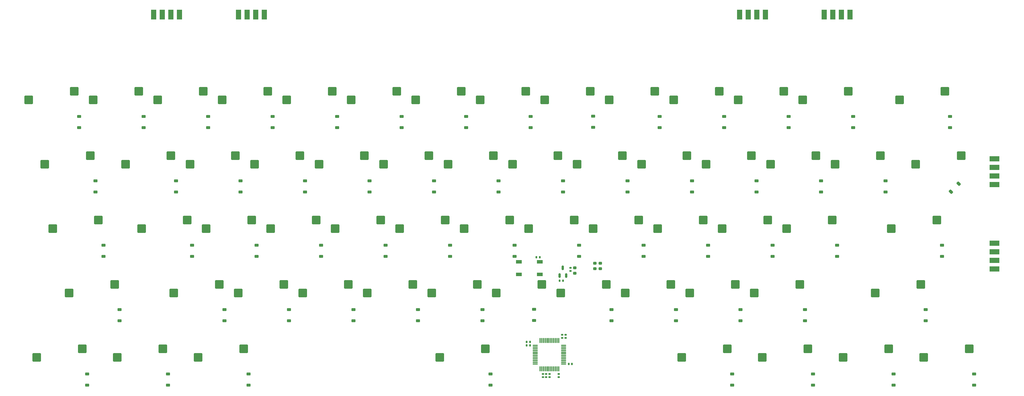
<source format=gbp>
G04 #@! TF.GenerationSoftware,KiCad,Pcbnew,8.0.4*
G04 #@! TF.CreationDate,2025-02-27T13:51:43-05:00*
G04 #@! TF.ProjectId,CustomKeyboard,43757374-6f6d-44b6-9579-626f6172642e,rev?*
G04 #@! TF.SameCoordinates,Original*
G04 #@! TF.FileFunction,Paste,Bot*
G04 #@! TF.FilePolarity,Positive*
%FSLAX46Y46*%
G04 Gerber Fmt 4.6, Leading zero omitted, Abs format (unit mm)*
G04 Created by KiCad (PCBNEW 8.0.4) date 2025-02-27 13:51:43*
%MOMM*%
%LPD*%
G01*
G04 APERTURE LIST*
G04 Aperture macros list*
%AMRoundRect*
0 Rectangle with rounded corners*
0 $1 Rounding radius*
0 $2 $3 $4 $5 $6 $7 $8 $9 X,Y pos of 4 corners*
0 Add a 4 corners polygon primitive as box body*
4,1,4,$2,$3,$4,$5,$6,$7,$8,$9,$2,$3,0*
0 Add four circle primitives for the rounded corners*
1,1,$1+$1,$2,$3*
1,1,$1+$1,$4,$5*
1,1,$1+$1,$6,$7*
1,1,$1+$1,$8,$9*
0 Add four rect primitives between the rounded corners*
20,1,$1+$1,$2,$3,$4,$5,0*
20,1,$1+$1,$4,$5,$6,$7,0*
20,1,$1+$1,$6,$7,$8,$9,0*
20,1,$1+$1,$8,$9,$2,$3,0*%
G04 Aperture macros list end*
%ADD10R,3.000000X1.500000*%
%ADD11R,1.500000X3.000000*%
%ADD12RoundRect,0.225000X0.375000X-0.225000X0.375000X0.225000X-0.375000X0.225000X-0.375000X-0.225000X0*%
%ADD13RoundRect,0.250000X1.025000X1.000000X-1.025000X1.000000X-1.025000X-1.000000X1.025000X-1.000000X0*%
%ADD14RoundRect,0.140000X0.170000X-0.140000X0.170000X0.140000X-0.170000X0.140000X-0.170000X-0.140000X0*%
%ADD15RoundRect,0.218750X-0.256250X0.218750X-0.256250X-0.218750X0.256250X-0.218750X0.256250X0.218750X0*%
%ADD16RoundRect,0.140000X-0.170000X0.140000X-0.170000X-0.140000X0.170000X-0.140000X0.170000X0.140000X0*%
%ADD17RoundRect,0.135000X-0.135000X-0.185000X0.135000X-0.185000X0.135000X0.185000X-0.135000X0.185000X0*%
%ADD18RoundRect,0.140000X-0.140000X-0.170000X0.140000X-0.170000X0.140000X0.170000X-0.140000X0.170000X0*%
%ADD19RoundRect,0.150000X0.150000X-0.512500X0.150000X0.512500X-0.150000X0.512500X-0.150000X-0.512500X0*%
%ADD20RoundRect,0.225000X-0.250000X0.225000X-0.250000X-0.225000X0.250000X-0.225000X0.250000X0.225000X0*%
%ADD21R,1.800000X1.100000*%
%ADD22RoundRect,0.140000X0.140000X0.170000X-0.140000X0.170000X-0.140000X-0.170000X0.140000X-0.170000X0*%
%ADD23RoundRect,0.075000X0.075000X-0.662500X0.075000X0.662500X-0.075000X0.662500X-0.075000X-0.662500X0*%
%ADD24RoundRect,0.075000X0.662500X-0.075000X0.662500X0.075000X-0.662500X0.075000X-0.662500X-0.075000X0*%
%ADD25RoundRect,0.225000X0.106066X-0.424264X0.424264X-0.106066X-0.106066X0.424264X-0.424264X0.106066X0*%
G04 APERTURE END LIST*
D10*
X338500000Y-108690000D03*
X338500000Y-111229999D03*
X338500000Y-113770001D03*
X338500000Y-116310000D03*
X338500000Y-83690000D03*
X338500000Y-86229999D03*
X338500000Y-88770001D03*
X338500000Y-91310000D03*
D11*
X288189999Y-41000000D03*
X290729998Y-41000000D03*
X293270000Y-41000000D03*
X295809999Y-41000000D03*
X263189999Y-40999999D03*
X265729998Y-40999999D03*
X268270000Y-40999999D03*
X270809999Y-40999999D03*
X115189998Y-41000000D03*
X117729997Y-41000000D03*
X120269999Y-41000000D03*
X122809998Y-41000000D03*
D12*
X261062500Y-150650000D03*
X261062500Y-147350000D03*
D13*
X128621250Y-120870000D03*
X115171250Y-123410000D03*
X276258750Y-63720000D03*
X262808750Y-66260000D03*
D12*
X322975000Y-112550000D03*
X322975000Y-109250000D03*
D13*
X304833750Y-82770000D03*
X291383750Y-85310000D03*
D12*
X187243750Y-131600000D03*
X187243750Y-128300000D03*
X230106250Y-93500000D03*
X230106250Y-90200000D03*
X296781250Y-74450000D03*
X296781250Y-71150000D03*
D13*
X188152500Y-139920000D03*
X174702500Y-142460000D03*
X147671250Y-120870000D03*
X134221250Y-123410000D03*
X228633750Y-82770000D03*
X215183750Y-85310000D03*
D12*
X130093750Y-131600000D03*
X130093750Y-128300000D03*
X101518750Y-112550000D03*
X101518750Y-109250000D03*
D13*
X195296250Y-101820000D03*
X181846250Y-104360000D03*
X261971250Y-120870000D03*
X248521250Y-123410000D03*
D14*
X206100000Y-148330000D03*
X206100000Y-147370000D03*
D13*
X323883750Y-63720000D03*
X310433750Y-66260000D03*
D12*
X80087500Y-131600000D03*
X80087500Y-128300000D03*
X239631250Y-74450000D03*
X239631250Y-71150000D03*
D13*
X171483750Y-82770000D03*
X158033750Y-85310000D03*
X133383750Y-82770000D03*
X119933750Y-85310000D03*
D14*
X209800000Y-148310000D03*
X209800000Y-147350000D03*
D12*
X284875000Y-150650000D03*
X284875000Y-147350000D03*
X192006250Y-93500000D03*
X192006250Y-90200000D03*
D15*
X214550000Y-115962499D03*
X214550000Y-117537501D03*
D13*
X190533750Y-82770000D03*
X177083750Y-85310000D03*
D12*
X120568750Y-112550000D03*
X120568750Y-109250000D03*
D13*
X290546250Y-101820000D03*
X277096250Y-104360000D03*
X176246250Y-101820000D03*
X162796250Y-104360000D03*
X100046250Y-101820000D03*
X86596250Y-104360000D03*
D12*
X325356250Y-74450000D03*
X325356250Y-71150000D03*
D13*
X123858750Y-63720000D03*
X110408750Y-66260000D03*
X85758750Y-63720000D03*
X72308750Y-66260000D03*
D16*
X207100000Y-147370000D03*
X207100000Y-148330000D03*
D13*
X281021250Y-120870000D03*
X267571250Y-123410000D03*
D12*
X318212500Y-131600000D03*
X318212500Y-128300000D03*
D13*
X209583750Y-82770000D03*
X196133750Y-85310000D03*
X161958750Y-63720000D03*
X148508750Y-66260000D03*
D12*
X75325000Y-112550000D03*
X75325000Y-109250000D03*
X153906250Y-93500000D03*
X153906250Y-90200000D03*
X118187500Y-150650000D03*
X118187500Y-147350000D03*
X168193750Y-131600000D03*
X168193750Y-128300000D03*
D13*
X328646250Y-82770000D03*
X315196250Y-85310000D03*
X69090000Y-139920000D03*
X55640000Y-142460000D03*
D12*
X287256250Y-93500000D03*
X287256250Y-90200000D03*
D13*
X104808750Y-63720000D03*
X91358750Y-66260000D03*
D12*
X220000000Y-74400000D03*
X220000000Y-71100000D03*
D17*
X203230001Y-112800000D03*
X204249999Y-112800000D03*
D12*
X306306250Y-93500000D03*
X306306250Y-90200000D03*
D13*
X283402500Y-139920000D03*
X269952500Y-142460000D03*
X307215000Y-139920000D03*
X293765000Y-142460000D03*
D12*
X182481250Y-74450000D03*
X182481250Y-71150000D03*
X177718750Y-112550000D03*
X177718750Y-109250000D03*
X244393750Y-131600000D03*
X244393750Y-128300000D03*
X253918750Y-112550000D03*
X253918750Y-109250000D03*
D13*
X295308750Y-63720000D03*
X281858750Y-66260000D03*
D12*
X202500000Y-131550000D03*
X202500000Y-128250000D03*
D14*
X211850000Y-136710000D03*
X211850000Y-135750000D03*
D13*
X200058750Y-63720000D03*
X186608750Y-66260000D03*
D12*
X106281250Y-74450000D03*
X106281250Y-71150000D03*
X282493750Y-131600000D03*
X282493750Y-128300000D03*
D18*
X200340000Y-137900000D03*
X201300000Y-137900000D03*
D13*
X78615000Y-120870000D03*
X65165000Y-123410000D03*
X116715000Y-139920000D03*
X103265000Y-142460000D03*
D18*
X210070000Y-119750000D03*
X211030000Y-119750000D03*
D13*
X266733750Y-82770000D03*
X253283750Y-85310000D03*
X92902500Y-139920000D03*
X79452500Y-142460000D03*
X271496250Y-101820000D03*
X258046250Y-104360000D03*
D12*
X115806250Y-93500000D03*
X115806250Y-90200000D03*
X125331250Y-74450000D03*
X125331250Y-71150000D03*
D13*
X95283750Y-82770000D03*
X81833750Y-85310000D03*
D12*
X70562500Y-150650000D03*
X70562500Y-147350000D03*
X292018750Y-112550000D03*
X292018750Y-109250000D03*
X96756250Y-93500000D03*
X96756250Y-90200000D03*
D18*
X200340000Y-138900000D03*
X201300000Y-138900000D03*
D13*
X252446250Y-101820000D03*
X238996250Y-104360000D03*
X285783750Y-82770000D03*
X272333750Y-85310000D03*
D12*
X258681250Y-74450000D03*
X258681250Y-71150000D03*
X134856250Y-93500000D03*
X134856250Y-90200000D03*
X332500000Y-150650000D03*
X332500000Y-147350000D03*
X225343750Y-131600000D03*
X225343750Y-128300000D03*
D19*
X211962499Y-118237500D03*
X210062501Y-118237500D03*
X211012500Y-115962500D03*
D12*
X163431250Y-74450000D03*
X163431250Y-71150000D03*
X158668750Y-112550000D03*
X158668750Y-109250000D03*
D13*
X219108750Y-63720000D03*
X205658750Y-66260000D03*
D12*
X68181250Y-74450000D03*
X68181250Y-71150000D03*
D13*
X321502500Y-101820000D03*
X308052500Y-104360000D03*
X157196250Y-101820000D03*
X143746250Y-104360000D03*
X185771250Y-120870000D03*
X172321250Y-123410000D03*
X223871250Y-120870000D03*
X210421250Y-123410000D03*
X73852500Y-101820000D03*
X60402500Y-104360000D03*
D12*
X201531250Y-74450000D03*
X201531250Y-71150000D03*
D13*
X214346250Y-101820000D03*
X200896250Y-104360000D03*
X119096250Y-101820000D03*
X105646250Y-104360000D03*
X257208750Y-63720000D03*
X243758750Y-66260000D03*
X238158750Y-63720000D03*
X224708750Y-66260000D03*
X71471250Y-82770000D03*
X58021250Y-85310000D03*
D12*
X87231250Y-74450000D03*
X87231250Y-71150000D03*
D13*
X331027500Y-139920000D03*
X317577500Y-142460000D03*
D20*
X222100000Y-114625000D03*
X222100000Y-116175000D03*
D13*
X109571250Y-120870000D03*
X96121250Y-123410000D03*
D12*
X272968750Y-112550000D03*
X272968750Y-109250000D03*
X196768750Y-112550000D03*
X196768750Y-109250000D03*
D13*
X114333750Y-82770000D03*
X100883750Y-85310000D03*
D21*
X204250000Y-117900000D03*
X198050000Y-114200000D03*
X204250000Y-114200000D03*
X198050000Y-117900000D03*
D16*
X213250000Y-115962499D03*
X213250000Y-116922499D03*
D13*
X181008750Y-63720000D03*
X167558750Y-66260000D03*
X204821250Y-120870000D03*
X191371250Y-123410000D03*
X138146250Y-101820000D03*
X124696250Y-104360000D03*
D12*
X268206250Y-93500000D03*
X268206250Y-90200000D03*
X111043750Y-131600000D03*
X111043750Y-128300000D03*
D13*
X247683750Y-82770000D03*
X234233750Y-85310000D03*
D12*
X263443750Y-131600000D03*
X263443750Y-128300000D03*
D13*
X142908750Y-63720000D03*
X129458750Y-66260000D03*
D22*
X213680000Y-144400000D03*
X212720000Y-144400000D03*
D13*
X166721250Y-120870000D03*
X153271250Y-123410000D03*
D12*
X172956250Y-93500000D03*
X172956250Y-90200000D03*
X211056250Y-93500000D03*
X211056250Y-90200000D03*
D23*
X209787500Y-145812500D03*
X209287500Y-145812500D03*
X208787500Y-145812500D03*
X208287499Y-145812500D03*
X207787500Y-145812500D03*
X207287500Y-145812500D03*
X206787500Y-145812500D03*
X206287500Y-145812500D03*
X205787501Y-145812500D03*
X205287500Y-145812500D03*
X204787500Y-145812500D03*
X204287500Y-145812500D03*
D24*
X202875000Y-144400000D03*
X202875000Y-143900000D03*
X202875000Y-143400000D03*
X202875000Y-142899999D03*
X202875000Y-142400000D03*
X202875000Y-141900000D03*
X202875000Y-141400000D03*
X202875000Y-140900000D03*
X202875000Y-140400001D03*
X202875000Y-139900000D03*
X202875000Y-139400000D03*
X202875000Y-138900000D03*
D23*
X204287500Y-137487500D03*
X204787500Y-137487500D03*
X205287500Y-137487500D03*
X205787501Y-137487500D03*
X206287500Y-137487500D03*
X206787500Y-137487500D03*
X207287500Y-137487500D03*
X207787500Y-137487500D03*
X208287499Y-137487500D03*
X208787500Y-137487500D03*
X209287500Y-137487500D03*
X209787500Y-137487500D03*
D24*
X211200000Y-138900000D03*
X211200000Y-139400000D03*
X211200000Y-139900000D03*
X211200000Y-140400001D03*
X211200000Y-140900000D03*
X211200000Y-141400000D03*
X211200000Y-141900000D03*
X211200000Y-142400000D03*
X211200000Y-142899999D03*
X211200000Y-143400000D03*
X211200000Y-143900000D03*
X211200000Y-144400000D03*
D12*
X234868750Y-112550000D03*
X234868750Y-109250000D03*
D13*
X259590000Y-139920000D03*
X246140000Y-142460000D03*
D12*
X72943750Y-93500000D03*
X72943750Y-90200000D03*
D13*
X152433750Y-82770000D03*
X138983750Y-85310000D03*
D12*
X149143750Y-131600000D03*
X149143750Y-128300000D03*
D13*
X66708750Y-63720000D03*
X53258750Y-66260000D03*
X233396250Y-101820000D03*
X219946250Y-104360000D03*
D12*
X308687500Y-150650000D03*
X308687500Y-147350000D03*
D13*
X316740000Y-120870000D03*
X303290000Y-123410000D03*
D12*
X249156250Y-93500000D03*
X249156250Y-90200000D03*
X94375000Y-150650000D03*
X94375000Y-147350000D03*
X215818750Y-112550000D03*
X215818750Y-109250000D03*
X189625000Y-150650000D03*
X189625000Y-147350000D03*
X144381250Y-74450000D03*
X144381250Y-71150000D03*
D14*
X210850000Y-136710000D03*
X210850000Y-135750000D03*
X205100000Y-148330000D03*
X205100000Y-147370000D03*
D13*
X242921250Y-120870000D03*
X229471250Y-123410000D03*
D12*
X277731250Y-74450000D03*
X277731250Y-71150000D03*
X139618750Y-112550000D03*
X139618750Y-109250000D03*
D20*
X220500000Y-114625000D03*
X220500000Y-116175000D03*
D25*
X325583274Y-93416726D03*
X327916726Y-91083274D03*
D11*
X97809998Y-40999999D03*
X92729997Y-40999999D03*
X95269999Y-40999999D03*
X90189998Y-40999999D03*
M02*

</source>
